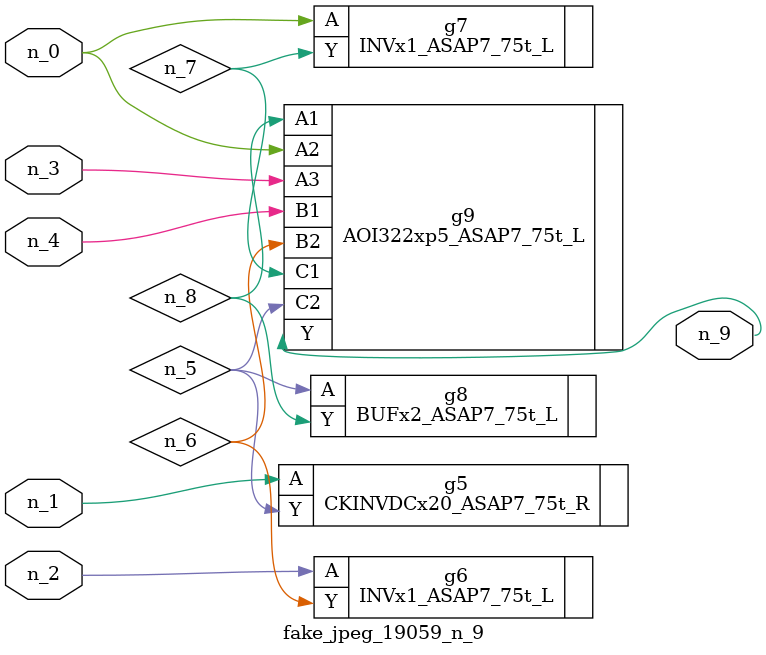
<source format=v>
module fake_jpeg_19059_n_9 (n_3, n_2, n_1, n_0, n_4, n_9);

input n_3;
input n_2;
input n_1;
input n_0;
input n_4;

output n_9;

wire n_8;
wire n_6;
wire n_5;
wire n_7;

CKINVDCx20_ASAP7_75t_R g5 ( 
.A(n_1),
.Y(n_5)
);

INVx1_ASAP7_75t_L g6 ( 
.A(n_2),
.Y(n_6)
);

INVx1_ASAP7_75t_L g7 ( 
.A(n_0),
.Y(n_7)
);

BUFx2_ASAP7_75t_L g8 ( 
.A(n_5),
.Y(n_8)
);

AOI322xp5_ASAP7_75t_L g9 ( 
.A1(n_8),
.A2(n_0),
.A3(n_3),
.B1(n_4),
.B2(n_6),
.C1(n_7),
.C2(n_5),
.Y(n_9)
);


endmodule
</source>
